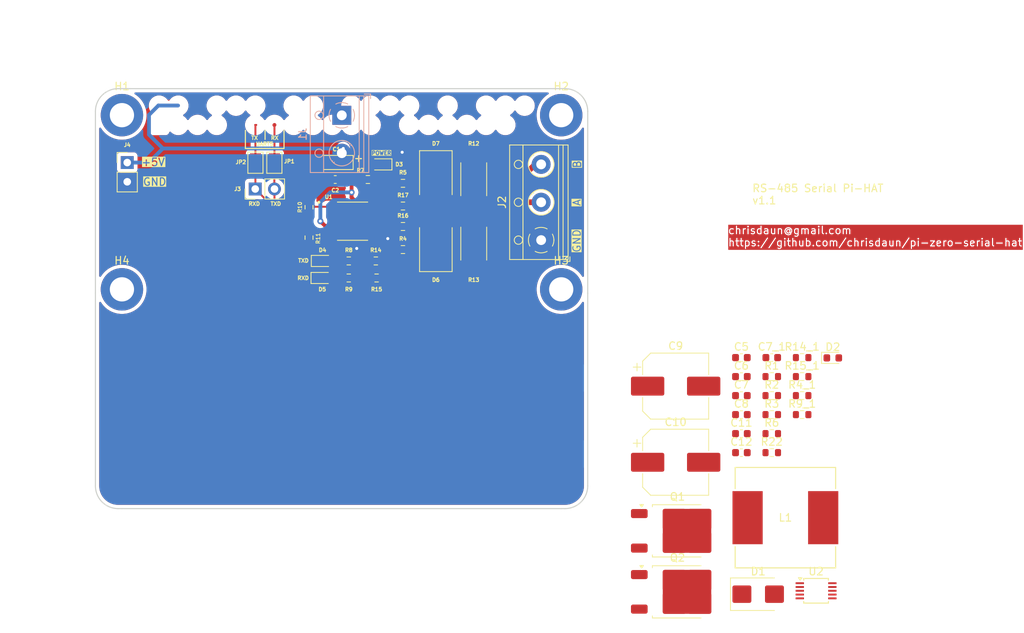
<source format=kicad_pcb>
(kicad_pcb (version 20240108) (generator "pcbnew") (generator_version "8.0")
  (title_block (title "Raspberry Pi Zero (W) uHAT Template Board") (date "2019-02-28") (rev "1.0") (comment 1 "This PCB design is licensed under MIT Open Source License."))
  (layers (0 "F.Cu" signal) (31 "B.Cu" signal) (34 "B.Paste" user) (35 "F.Paste" user) (36 "B.SilkS" user "B.Silkscreen") (37 "F.SilkS" user "F.Silkscreen") (38 "B.Mask" user) (39 "F.Mask" user) (44 "Edge.Cuts" user))
  (net 0 "")
  (net 1 "+5V")
  (net 2 "GND")
  (net 3 "Net-(U1-DI)")
  (net 4 "Net-(D3-A)")
  (net 5 "Net-(D5-A)")
  (net 6 "Net-(R14-Pad1)")
  (net 7 "Net-(R16-Pad2)")
  (net 8 "Net-(D4-K)")
  (net 9 "Net-(D4-A)")
  (net 10 "Net-(J2-Pin_2)")
  (net 11 "/+")
  (net 12 "Net-(J2-Pin_3)")
  (net 13 "Net-(D6-A1)")
  (net 14 "Net-(D7-A1)")
  (net 15 "/-")
  (net 16 "TXD")
  (net 17 "RXD")
  (net 18 "Net-(U2-VIN)")
  (net 19 "Net-(U2-COMP)")
  (net 20 "Net-(C7-Pad1)")
  (net 21 "Net-(C7_1-Pad1)")
  (net 22 "Net-(U2-LX)")
  (net 23 "Net-(U2-BS)")
  (net 24 "Net-(D1-K)")
  (net 25 "Net-(U2-FB)")
  (net 26 "+24V")
  (net 27 "Net-(D2-K)")
  (net 28 "Net-(Q1-D)")
  (net 29 "Net-(Q1-G)")
  (net 30 "Net-(Q2-G)")
  (net 31 "Net-(U2-UG)")
  (net 32 "Net-(U2-LG)")
  (footprint "MountingHole:MountingHole_3.2mm_M3_DIN965_Pad" (layer "F.Cu") (at 121.032 94.568)
    (property "Reference" "H1" (at 0 -3.8 0) (layer "F.SilkS"))
    (property "Value" "MountingHole_Pad")
    (pad "1" thru_hole circle (at 0 0) (size 5.6 5.6) (drill 3.2) (layers "*.Cu" "*.Mask") (net 2 "GND"))
  )
  (footprint "MountingHole:MountingHole_3.2mm_M3_DIN965_Pad" (layer "F.Cu") (at 179.032 94.568)
    (property "Reference" "H2" (at 0 -3.8 0) (layer "F.SilkS"))
    (property "Value" "MountingHole_Pad")
    (pad "1" thru_hole circle (at 0 0) (size 5.6 5.6) (drill 3.2) (layers "*.Cu" "*.Mask") (net 2 "GND"))
  )
  (footprint "MountingHole:MountingHole_3.2mm_M3_DIN965_Pad" (layer "F.Cu") (at 179.032 117.568)
    (property "Reference" "H3" (at 0 -3.8 0) (layer "F.SilkS"))
    (property "Value" "MountingHole_Pad")
    (pad "1" thru_hole circle (at 0 0) (size 5.6 5.6) (drill 3.2) (layers "*.Cu" "*.Mask") (net 2 "GND"))
  )
  (footprint "MountingHole:MountingHole_3.2mm_M3_DIN965_Pad" (layer "F.Cu") (at 121.032 117.568)
    (property "Reference" "H4" (at 0 -3.8 0) (layer "F.SilkS"))
    (property "Value" "MountingHole_Pad")
    (pad "1" thru_hole circle (at 0 0) (size 5.6 5.6) (drill 3.2) (layers "*.Cu" "*.Mask") (net 2 "GND"))
  )
  (footprint "Resistor_SMD:R_0603_1608Metric" (layer "F.Cu") (at 158.137 109.268)
    (property "Reference" "R16" (at 0 -1.43 0) (layer "F.SilkS") (effects (font (size 0.5 0.5) (thickness 0.125))))
    (property "Value" "120")
    (pad "1" smd roundrect (at -0.825 0) (size 0.8 0.95) (layers "F.Cu" "F.Paste" "F.Mask") (net 13 "Net-(D6-A1)"))
    (pad "2" smd roundrect (at 0.825 0) (size 0.8 0.95) (layers "F.Cu" "F.Paste" "F.Mask") (net 7 "Net-(R16-Pad2)"))
  )
  (footprint "Package_SO:TSSOP-10_3x3mm_P0.5mm" (layer "F.Cu") (at 212.682 157.368)
    (property "Reference" "U2" (at 0 -2.55 0) (layer "F.SilkS"))
    (property "Value" "CX8571")
    (pad "1" smd rect (at -2.15 -1) (size 1.1 0.25) (layers "F.Cu" "F.Paste" "F.Mask") (net 18 "Net-(U2-VIN)"))
    (pad "2" smd rect (at -2.15 -0.5) (size 1.1 0.25) (layers "F.Cu" "F.Paste" "F.Mask") (net 19 "Net-(U2-COMP)"))
    (pad "3" smd rect (at -2.15 0) (size 1.1 0.25) (layers "F.Cu" "F.Paste" "F.Mask") (net 25 "Net-(U2-FB)"))
    (pad "4" smd rect (at -2.15 0.5) (size 1.1 0.25) (layers "F.Cu" "F.Paste" "F.Mask") (net 2 "GND"))
    (pad "5" smd rect (at -2.15 1) (size 1.1 0.25) (layers "F.Cu" "F.Paste" "F.Mask") (net 2 "GND"))
    (pad "6" smd rect (at 2.15 1) (size 1.1 0.25) (layers "F.Cu" "F.Paste" "F.Mask") (net 2 "GND"))
    (pad "7" smd rect (at 2.15 0.5) (size 1.1 0.25) (layers "F.Cu" "F.Paste" "F.Mask") (net 32 "Net-(U2-LG)"))
    (pad "8" smd rect (at 2.15 0) (size 1.1 0.25) (layers "F.Cu" "F.Paste" "F.Mask") (net 31 "Net-(U2-UG)"))
    (pad "9" smd rect (at 2.15 -0.5) (size 1.1 0.25) (layers "F.Cu" "F.Paste" "F.Mask") (net 22 "Net-(U2-LX)"))
    (pad "10" smd rect (at 2.15 -1) (size 1.1 0.25) (layers "F.Cu" "F.Paste" "F.Mask") (net 23 "Net-(U2-BS)"))
  )
  (footprint "Resistor_SMD:R_0603_1608Metric" (layer "F.Cu") (at 153.507 103.068)
    (property "Reference" "R7" (at -0.975 -1.2 0) (layer "F.SilkS") (effects (font (size 0.5 0.5) (thickness 0.125))))
    (property "Value" "103")
    (pad "1" smd roundrect (at -0.825 0) (size 0.8 0.95) (layers "F.Cu" "F.Paste" "F.Mask") (net 1 "+5V"))
    (pad "2" smd roundrect (at 0.825 0) (size 0.8 0.95) (layers "F.Cu" "F.Paste" "F.Mask") (net 4 "Net-(D3-A)"))
  )
  (footprint "Jumper:SolderJumper-2_P1.3mm_Open_TrianglePad1.0x1.5mm" (layer "F.Cu") (at 138.657 100.843 -90)
    (property "Reference" "JP2" (at -0.075 1.925 180) (layer "F.SilkS") (effects (font (size 0.5 0.5) (thickness 0.125))))
    (property "Value" "SolderJumper_2_Open")
    (pad "1" smd custom (at -0.725 0 270) (size 0.3 0.3) (layers "F.Cu" "F.Mask") (net 17 "RXD") (options (clearance outline) (anchor rect)) (primitives (gr_poly (pts (xy 1 0) (xy 0.5 0.75) (xy -0.5 0.75) (xy -0.5 -0.75) (xy 0.5 -0.75)) (width 0) (fill yes))))
    (pad "2" smd custom (at 0.725 0 270) (size 0.3 0.3) (layers "F.Cu" "F.Mask") (net 11 "/+") (options (clearance outline) (anchor rect)) (primitives (gr_poly (pts (xy 0.5 0.75) (xy -0.65 0.75) (xy -0.15 0) (xy -0.65 -0.75) (xy 0.5 -0.75)) (width 0) (fill yes))))
  )
  (footprint "Capacitor_SMD:C_0603_1608Metric" (layer "F.Cu") (at 202.822 136.618)
    (property "Reference" "C11" (at 0 -1.43 0) (layer "F.SilkS"))
    (property "Value" "C")
    (pad "1" smd roundrect (at -0.775 0) (size 0.9 0.95) (layers "F.Cu" "F.Paste" "F.Mask") (net 2 "GND"))
    (pad "2" smd roundrect (at 0.775 0) (size 0.9 0.95) (layers "F.Cu" "F.Paste" "F.Mask") (net 1 "+5V"))
  )
  (footprint "Capacitor_Tantalum_SMD:CP_EIA-3216-18_Kemet-A" (layer "F.Cu") (at 149.252 100.818 180)
    (property "Reference" "C1" (at -0.1 1.75 0) (layer "F.SilkS") (effects (font (size 0.5 0.5) (thickness 0.125))))
    (property "Value" "C106")
    (pad "1" smd roundrect (at -1.35 0 180) (size 1.4 1.35) (layers "F.Cu" "F.Paste" "F.Mask") (roundrect_rratio 0.185185) (net 1 "+5V"))
    (pad "2" smd roundrect (at 1.35 0 180) (size 1.4 1.35) (layers "F.Cu" "F.Paste" "F.Mask") (roundrect_rratio 0.185185) (net 2 "GND"))
  )
  (footprint "Resistor_SMD:R_0603_1608Metric" (layer "F.Cu") (at 210.842 129.088)
    (property "Reference" "R15_1" (at 0 -1.43 0) (layer "F.SilkS"))
    (property "Value" "R")
    (pad "1" smd roundrect (at -0.825 0) (size 0.8 0.95) (layers "F.Cu" "F.Paste" "F.Mask") (net 25 "Net-(U2-FB)"))
    (pad "2" smd roundrect (at 0.825 0) (size 0.8 0.95) (layers "F.Cu" "F.Paste" "F.Mask") (net 2 "GND"))
  )
  (footprint "Jumper:SolderJumper-2_P1.3mm_Open_TrianglePad1.0x1.5mm" (layer "F.Cu") (at 141.157 100.843 -90)
    (property "Reference" "JP1" (at -0.175 -1.975 180) (layer "F.SilkS") (effects (font (size 0.5 0.5) (thickness 0.125))))
    (property "Value" "SolderJumper_2_Open")
    (pad "1" smd custom (at -0.725 0 270) (size 0.3 0.3) (layers "F.Cu" "F.Mask") (net 16 "TXD") (options (clearance outline) (anchor rect)) (primitives (gr_poly (pts (xy 1 0) (xy 0.5 0.75) (xy -0.5 0.75) (xy -0.5 -0.75) (xy 0.5 -0.75)) (width 0) (fill yes))))
    (pad "2" smd custom (at 0.725 0 270) (size 0.3 0.3) (layers "F.Cu" "F.Mask") (net 15 "/-") (options (clearance outline) (anchor rect)) (primitives (gr_poly (pts (xy 0.5 0.75) (xy -0.65 0.75) (xy -0.15 0) (xy -0.65 -0.75) (xy 0.5 -0.75)) (width 0) (fill yes))))
  )
  (footprint "Diode_SMD:D_SMB" (layer "F.Cu") (at 162.482 111.568 90)
    (property "Reference" "D6" (at -4.75 0 180) (layer "F.SilkS") (effects (font (size 0.5 0.5) (thickness 0.125))))
    (property "Value" "SMBJ6.8CA")
    (pad "1" smd roundrect (at -2.15 0 90) (size 2.5 2.3) (layers "F.Cu" "F.Paste" "F.Mask") (roundrect_rratio 0.1086956522) (net 13 "Net-(D6-A1)"))
    (pad "2" smd roundrect (at 2.15 0 90) (size 2.5 2.3) (layers "F.Cu" "F.Paste" "F.Mask") (roundrect_rratio 0.1086956522) (net 2 "GND"))
  )
  (footprint "Capacitor_SMD:CP_Elec_8x10.5" (layer "F.Cu") (at 194.142 140.398)
    (property "Reference" "C10" (at 0 -5.3 0) (layer "F.SilkS"))
    (property "Value" "C_Polarized")
    (pad "1" smd roundrect (at -3.7 0) (size 4.4 2.5) (layers "F.Cu" "F.Paste" "F.Mask") (roundrect_rratio 0.1) (net 24 "Net-(D1-K)"))
    (pad "2" smd roundrect (at 3.7 0) (size 4.4 2.5) (layers "F.Cu" "F.Paste" "F.Mask") (roundrect_rratio 0.1) (net 2 "GND"))
  )
  (footprint "Resistor_SMD:R_0603_1608Metric" (layer "F.Cu") (at 210.842 126.578)
    (property "Reference" "R14_1" (at 0 -1.43 0) (layer "F.SilkS"))
    (property "Value" "R")
    (pad "1" smd roundrect (at -0.825 0) (size 0.8 0.95) (layers "F.Cu" "F.Paste" "F.Mask") (net 25 "Net-(U2-FB)"))
    (pad "2" smd roundrect (at 0.825 0) (size 0.8 0.95) (layers "F.Cu" "F.Paste" "F.Mask") (net 1 "+5V"))
  )
  (footprint "Capacitor_SMD:C_0603_1608Metric" (layer "F.Cu") (at 202.822 139.128)
    (property "Reference" "C12" (at 0 -1.43 0) (layer "F.SilkS"))
    (property "Value" "C")
    (pad "1" smd roundrect (at -0.775 0) (size 0.9 0.95) (layers "F.Cu" "F.Paste" "F.Mask") (net 25 "Net-(U2-FB)"))
    (pad "2" smd roundrect (at 0.775 0) (size 0.9 0.95) (layers "F.Cu" "F.Paste" "F.Mask") (net 1 "+5V"))
  )
  (footprint "LED_SMD:LED_0603_1608Metric" (layer "F.Cu") (at 147.482 116.068)
    (property "Reference" "D5" (at 0 1.5 0) (layer "F.SilkS") (effects (font (size 0.5 0.5) (thickness 0.125))))
    (property "Value" "LED_RXD?")
    (pad "1" smd roundrect (at -0.7875 0) (size 0.875 0.95) (layers "F.Cu" "F.Paste" "F.Mask") (net 11 "/+"))
    (pad "2" smd roundrect (at 0.7875 0) (size 0.875 0.95) (layers "F.Cu" "F.Paste" "F.Mask") (net 5 "Net-(D5-A)"))
  )
  (footprint "Resistor_SMD:R_0603_1608Metric" (layer "F.Cu") (at 210.842 131.598)
    (property "Reference" "R4_1" (at 0 -1.43 0) (layer "F.SilkS"))
    (property "Value" "2R2")
    (pad "1" smd roundrect (at -0.825 0) (size 0.8 0.95) (layers "F.Cu" "F.Paste" "F.Mask") (net 31 "Net-(U2-UG)"))
    (pad "2" smd roundrect (at 0.825 0) (size 0.8 0.95) (layers "F.Cu" "F.Paste" "F.Mask") (net 30 "Net-(Q2-G)"))
  )
  (footprint "Resistor_SMD:R_0603_1608Metric" (layer "F.Cu") (at 206.832 136.618)
    (property "Reference" "R6" (at 0 -1.43 0) (layer "F.SilkS"))
    (property "Value" "R")
    (pad "1" smd roundrect (at -0.825 0) (size 0.8 0.95) (layers "F.Cu" "F.Paste" "F.Mask") (net 20 "Net-(C7-Pad1)"))
    (pad "2" smd roundrect (at 0.825 0) (size 0.8 0.95) (layers "F.Cu" "F.Paste" "F.Mask") (net 28 "Net-(Q1-D)"))
  )
  (footprint "Capacitor_SMD:C_0603_1608Metric" (layer "F.Cu") (at 202.822 134.108)
    (property "Reference" "C8" (at 0 -1.43 0) (layer "F.SilkS"))
    (property "Value" "C")
    (pad "1" smd roundrect (at -0.775 0) (size 0.9 0.95) (layers "F.Cu" "F.Paste" "F.Mask") (net 22 "Net-(U2-LX)"))
    (pad "2" smd roundrect (at 0.775 0) (size 0.9 0.95) (layers "F.Cu" "F.Paste" "F.Mask") (net 23 "Net-(U2-BS)"))
  )
  (footprint "Resistor_SMD:R_0603_1608Metric" (layer "F.Cu") (at 206.832 134.108)
    (property "Reference" "R3" (at 0 -1.43 0) (layer "F.SilkS"))
    (property "Value" "4R7")
    (pad "1" smd roundrect (at -0.825 0) (size 0.8 0.95) (layers "F.Cu" "F.Paste" "F.Mask") (net 22 "Net-(U2-LX)"))
    (pad "2" smd roundrect (at 0.825 0) (size 0.8 0.95) (layers "F.Cu" "F.Paste" "F.Mask") (net 28 "Net-(Q1-D)"))
  )
  (footprint "Capacitor_SMD:C_0603_1608Metric" (layer "F.Cu") (at 202.822 131.598)
    (property "Reference" "C7" (at 0 -1.43 0) (layer "F.SilkS"))
    (property "Value" "C")
    (pad "1" smd roundrect (at -0.775 0) (size 0.9 0.95) (layers "F.Cu" "F.Paste" "F.Mask") (net 20 "Net-(C7-Pad1)"))
    (pad "2" smd roundrect (at 0.775 0) (size 0.9 0.95) (layers "F.Cu" "F.Paste" "F.Mask") (net 2 "GND"))
  )
  (footprint "Connector_PinHeader_2.54mm:PinHeader_1x02_P2.54mm_Vertical" (layer "F.Cu") (at 138.632 104.318 90)
    (property "Reference" "J3" (at 0 -2.33 180) (layer "F.SilkS") (effects (font (size 0.5 0.5) (thickness 0.125))))
    (property "Value" "Conn_01x02_Pin")
    (pad "1" thru_hole rect (at 0 0 90) (size 1.7 1.7) (drill 1) (layers "*.Cu" "*.Mask") (net 11 "/+"))
    (pad "2" thru_hole oval (at 0 2.54 90) (size 1.7 1.7) (drill 1) (layers "*.Cu" "*.Mask") (net 15 "/-"))
  )
  (footprint "Capacitor_SMD:C_0603_1608Metric" (layer "F.Cu") (at 206.832 126.578)
    (property "Reference" "C7_1" (at 0 -1.43 0) (layer "F.SilkS"))
    (property "Value" "C")
    (pad "1" smd roundrect (at -0.775 0) (size 0.9 0.95) (layers "F.Cu" "F.Paste" "F.Mask") (net 21 "Net-(C7_1-Pad1)"))
    (pad "2" smd roundrect (at 0.775 0) (size 0.9 0.95) (layers "F.Cu" "F.Paste" "F.Mask") (net 2 "GND"))
  )
  (footprint "Connector_PinHeader_2.54mm:PinHeader_1x02_P2.54mm_Vertical" (layer "F.Cu") (at 121.732 100.828)
    (property "Reference" "J4" (at 0 -2.33 0) (layer "F.SilkS") (effects (font (size 0.5 0.5) (thickness 0.125))))
    (property "Value" "Conn_01x02_Pin")
    (pad "1" thru_hole rect (at 0 0) (size 1.7 1.7) (drill 1) (layers "*.Cu" "*.Mask") (net 1 "+5V"))
    (pad "2" thru_hole oval (at 0 2.54) (size 1.7 1.7) (drill 1) (layers "*.Cu" "*.Mask") (net 2 "GND"))
  )
  (footprint "LED_SMD:LED_0603_1608Metric" (layer "F.Cu") (at 147.5195 113.818)
    (property "Reference" "D4" (at 0 -1.43 0) (layer "F.SilkS") (effects (font (size 0.5 0.5) (thickness 0.125))))
    (property "Value" "LED_TXD?")
    (pad "1" smd roundrect (at -0.7875 0) (size 0.875 0.95) (layers "F.Cu" "F.Paste" "F.Mask") (net 8 "Net-(D4-K)"))
    (pad "2" smd roundrect (at 0.7875 0) (size 0.875 0.95) (layers "F.Cu" "F.Paste" "F.Mask") (net 9 "Net-(D4-A)"))
  )
  (footprint "Package_TO_SOT_SMD:TO-252-2" (layer "F.Cu") (at 194.382 149.453)
    (property "Reference" "Q1" (at 0 -4.5 0) (layer "F.SilkS"))
    (property "Value" "AOD4184")
    (pad "1" smd roundrect (at -5.04 -2.28) (size 2.2 1.2) (layers "F.Cu" "F.Paste" "F.Mask") (roundrect_rratio 0.208333) (net 29 "Net-(Q1-G)"))
    (pad "2" smd roundrect (at -0.415 -1.525) (size 3.05 2.75) (layers "F.Cu" "F.Paste") (roundrect_rratio 0.090909) (net 28 "Net-(Q1-D)"))
    (pad "2" smd roundrect (at -0.415 1.525) (size 3.05 2.75) (layers "F.Cu" "F.Paste") (roundrect_rratio 0.090909) (net 28 "Net-(Q1-D)"))
    (pad "2" smd roundrect (at 1.26 0) (size 6.4 5.8) (layers "F.Cu" "F.Mask") (roundrect_rratio 0.043103) (net 28 "Net-(Q1-D)"))
    (pad "2" smd roundrect (at 2.935 -1.525) (size 3.05 2.75) (layers "F.Cu" "F.Paste") (roundrect_rratio 0.090909) (net 28 "Net-(Q1-D)"))
    (pad "2" smd roundrect (at 2.935 1.525) (size 3.05 2.75) (layers "F.Cu" "F.Paste") (roundrect_rratio 0.090909) (net 28 "Net-(Q1-D)"))
    (pad "3" smd roundrect (at -5.04 2.28) (size 2.2 1.2) (layers "F.Cu" "F.Paste" "F.Mask") (roundrect_rratio 0.208333) (net 2 "GND"))
  )
  (footprint "Diode_SMD:D_SMB" (layer "F.Cu") (at 205.037 157.818)
    (property "Reference" "D1" (at 0 -3 0) (layer "F.SilkS"))
    (property "Value" "D")
    (pad "1" smd roundrect (at -2.15 0) (size 2.5 2.3) (layers "F.Cu" "F.Paste" "F.Mask") (roundrect_rratio 0.1086956522) (net 24 "Net-(D1-K)"))
    (pad "2" smd roundrect (at 2.15 0) (size 2.5 2.3) (layers "F.Cu" "F.Paste" "F.Mask") (roundrect_rratio 0.1086956522) (net 26 "+24V"))
  )
  (footprint "Resistor_SMD:R_0603_1608Metric" (layer "F.Cu") (at 158.137 112.318)
    (property "Reference" "R4" (at 0 -1.43 0) (layer "F.SilkS") (effects (font (size 0.5 0.5) (thickness 0.125))))
    (property "Value" "472")
    (pad "1" smd roundrect (at -0.825 0) (size 0.8 0.95) (layers "F.Cu" "F.Paste" "F.Mask") (net 1 "+5V"))
    (pad "2" smd roundrect (at 0.825 0) (size 0.8 0.95) (layers "F.Cu" "F.Paste" "F.Mask") (net 13 "Net-(D6-A1)"))
  )
  (footprint "Resistor_SMD:R_0603_1608Metric" (layer "F.Cu") (at 154.657 116.068)
    (property "Reference" "R15" (at 0 1.5 0) (layer "F.SilkS") (effects (font (size 0.5 0.5) (thickness 0.125))))
    (property "Value" "202")
    (pad "1" smd roundrect (at -0.825 0) (size 0.8 0.95) (layers "F.Cu" "F.Paste" "F.Mask") (net 1 "+5V"))
    (pad "2" smd roundrect (at 0.825 0) (size 0.8 0.95) (layers "F.Cu" "F.Paste" "F.Mask") (net 2 "GND"))
  )
  (footprint "Resistor_SMD:R_0603_1608Metric" (layer "F.Cu") (at 150.982 116.068)
    (property "Reference" "R9" (at 0 1.5 0) (layer "F.SilkS") (effects (font (size 0.5 0.5) (thickness 0.125))))
    (property "Value" "472")
    (pad "1" smd roundrect (at -0.825 0) (size 0.8 0.95) (layers "F.Cu" "F.Paste" "F.Mask") (net 5 "Net-(D5-A)"))
    (pad "2" smd roundrect (at 0.825 0) (size 0.8 0.95) (layers "F.Cu" "F.Paste" "F.Mask") (net 1 "+5V"))
  )
  (footprint "Custom Footprints:IND_BOURNS_SRR1208" (layer "F.Cu") (at 208.6322 147.7156)
    (property "Reference" "L1" (at 0 0 0) (layer "F.SilkS"))
    (property "Value" "L")
    (pad "1" smd rect (at -4.9911 0) (size 3.9878 7.0104) (layers "F.Cu" "F.Paste" "F.Mask") (net 28 "Net-(Q1-D)"))
    (pad "2" smd rect (at 4.9911 0) (size 3.9878 7.0104) (layers "F.Cu" "F.Paste" "F.Mask") (net 1 "+5V"))
    (zone (net 0) (net_name "") (layer "F.Cu") (connect_pads (clearance 0)) (min_thickness 0.254)
      (keepout (tracks not_allowed) (vias not_allowed) (pads allowed) (copperpour not_allowed) (footprints allowed))
      (fill (thermal_gap 0.508) (thermal_bridge_width 0.508))
      (polygon (pts (xy 205.6858 141.264) (xy 211.5786 141.264) (xy 211.5786 154.1672) (xy 205.6858 154.1672)))
    )
  )
  (footprint "Resistor_SMD:R_2512_6332Metric" (layer "F.Cu") (at 167.482 103.0305 -90)
    (property "Reference" "R12" (at -4.7125 0 0) (layer "F.SilkS") (effects (font (size 0.5 0.5) (thickness 0.125))))
    (property "Value" "10R0")
    (pad "1" smd roundrect (at -2.9625 0 270) (size 1.225 3.35) (layers "F.Cu" "F.Paste" "F.Mask") (roundrect_rratio 0.204082) (net 14 "Net-(D7-A1)"))
    (pad "2" smd roundrect (at 2.9625 0 270) (size 1.225 3.35) (layers "F.Cu" "F.Paste" "F.Mask") (roundrect_rratio 0.204082) (net 12 "Net-(J2-Pin_3)"))
  )
  (footprint "Resistor_SMD:R_2512_6332Metric" (layer "F.Cu") (at 167.482 111.5305 90)
    (property "Reference" "R13" (at -4.7875 0 0) (layer "F.SilkS") (effects (font (size 0.5 0.5) (thickness 0.125))))
    (property "Value" "10R0")
    (pad "1" smd roundrect (at -2.9625 0 90) (size 1.225 3.35) (layers "F.Cu" "F.Paste" "F.Mask") (roundrect_rratio 0.204082) (net 13 "Net-(D6-A1)"))
    (pad "2" smd roundrect (at 2.9625 0 90) (size 1.225 3.35) (layers "F.Cu" "F.Paste" "F.Mask") (roundrect_rratio 0.204082) (net 10 "Net-(J2-Pin_2)"))
  )
  (footprint "Resistor_SMD:R_0603_1608Metric" (layer "F.Cu") (at 158.137 106.568)
    (property "Reference" "R17" (at 0 -1.43 0) (layer "F.SilkS") (effects (font (size 0.5 0.5) (thickness 0.125))))
    (property "Value" "121")
    (pad "1" smd roundrect (at -0.825 0) (size 0.8 0.95) (layers "F.Cu" "F.Paste" "F.Mask") (net 14 "Net-(D7-A1)"))
    (pad "2" smd roundrect (at 0.825 0) (size 0.8 0.95) (layers "F.Cu" "F.Paste" "F.Mask") (net 7 "Net-(R16-Pad2)"))
  )
  (footprint "Resistor_SMD:R_0603_1608Metric" (layer "F.Cu") (at 206.832 139.128)
    (property "Reference" "R22" (at 0 -1.43 0) (layer "F.SilkS"))
    (property "Value" "R")
    (pad "1" smd roundrect (at -0.825 0) (size 0.8 0.95) (layers "F.Cu" "F.Paste" "F.Mask") (net 2 "GND"))
    (pad "2" smd roundrect (at 0.825 0) (size 0.8 0.95) (layers "F.Cu" "F.Paste" "F.Mask") (net 27 "Net-(D2-K)"))
  )
  (footprint "Package_TO_SOT_SMD:TO-252-2" (layer "F.Cu") (at 194.382 157.508)
    (property "Reference" "Q2" (at 0 -4.5 0) (layer "F.SilkS"))
    (property "Value" "AOD4184")
    (pad "1" smd roundrect (at -5.04 -2.28) (size 2.2 1.2) (layers "F.Cu" "F.Paste" "F.Mask") (roundrect_rratio 0.208333) (net 30 "Net-(Q2-G)"))
    (pad "2" smd roundrect (at -0.415 -1.525) (size 3.05 2.75) (layers "F.Cu" "F.Paste") (roundrect_rratio 0.090909) (net 24 "Net-(D1-K)"))
    (pad "2" smd roundrect (at -0.415 1.525) (size 3.05 2.75) (layers "F.Cu" "F.Paste") (roundrect_rratio 0.090909) (net 24 "Net-(D1-K)"))
    (pad "2" smd roundrect (at 1.26 0) (size 6.4 5.8) (layers "F.Cu" "F.Mask") (roundrect_rratio 0.043103) (net 24 "Net-(D1-K)"))
    (pad "2" smd roundrect (at 2.935 -1.525) (size 3.05 2.75) (layers "F.Cu" "F.Paste") (roundrect_rratio 0.090909) (net 24 "Net-(D1-K)"))
    (pad "2" smd roundrect (at 2.935 1.525) (size 3.05 2.75) (layers "F.Cu" "F.Paste") (roundrect_rratio 0.090909) (net 24 "Net-(D1-K)"))
    (pad "3" smd roundrect (at -5.04 2.28) (size 2.2 1.2) (layers "F.Cu" "F.Paste" "F.Mask") (roundrect_rratio 0.208333) (net 28 "Net-(Q1-D)"))
  )
  (footprint "Resistor_SMD:R_0603_1608Metric" (layer "F.Cu") (at 145.732 106.723 90)
    (property "Reference" "R10" (at 0 -1.2 90) (layer "F.SilkS") (effects (font (size 0.5 0.5) (thickness 0.1) (bold yes))))
    (property "Value" "200")
    (pad "1" smd roundrect (at -0.825 0 90) (size 0.8 0.95) (layers "F.Cu" "F.Paste" "F.Mask") (net 15 "/-"))
    (pad "2" smd roundrect (at 0.825 0 90) (size 0.8 0.95) (layers "F.Cu" "F.Paste" "F.Mask") (net 8 "Net-(D4-K)"))
  )
  (footprint "Capacitor_SMD:C_0603_1608Metric" (layer "F.Cu") (at 202.822 126.578)
    (property "Reference" "C5" (at 0 -1.43 0) (layer "F.SilkS"))
    (property "Value" "C")
    (pad "1" smd roundrect (at -0.775 0) (size 0.9 0.95) (layers "F.Cu" "F.Paste" "F.Mask") (net 2 "GND"))
    (pad "2" smd roundrect (at 0.775 0) (size 0.9 0.95) (layers "F.Cu" "F.Paste" "F.Mask") (net 18 "Net-(U2-VIN)"))
  )
  (footprint "Diode_SMD:D_SMB" (layer "F.Cu") (at 162.482 102.918 -90)
    (property "Reference" "D7" (at -4.6 0 180) (layer "F.SilkS") (effects (font (size 0.5 0.5) (thickness 0.125))))
    (property "Value" "SMBJ6.8CA")
    (pad "1" smd roundrect (at -2.15 0 270) (size 2.5 2.3) (layers "F.Cu" "F.Paste" "F.Mask") (roundrect_rratio 0.1086956522) (net 14 "Net-(D7-A1)"))
    (pad "2" smd roundrect (at 2.15 0 270) (size 2.5 2.3) (layers "F.Cu" "F.Paste" "F.Mask") (roundrect_rratio 0.1086956522) (net 2 "GND"))
  )
  (footprint "LED_SMD:LED_0603_1608Metric" (layer "F.Cu") (at 155.1945 101.068 180)
    (property "Reference" "D3" (at -2.4375 0 0) (layer "F.SilkS") (effects (font (size 0.5 0.5) (thickness 0.125))))
    (property "Value" "POWER_LED")
    (pad "1" smd roundrect (at -0.7875 0 180) (size 0.875 0.95) (layers "F.Cu" "F.Paste" "F.Mask") (net 2 "GND"))
    (pad "2" smd roundrect (at 0.7875 0 180) (size 0.875 0.95) (layers "F.Cu" "F.Paste" "F.Mask") (net 4 "Net-(D3-A)"))
  )
  (footprint "Resistor_SMD:R_0603_1608Metric" (layer "F.Cu") (at 206.832 129.088)
    (property "Reference" "R1" (at 0 -1.43 0) (layer "F.SilkS"))
    (property "Value" "X10")
    (pad "1" smd roundrect (at -0.825 0) (size 0.8 0.95) (layers "F.Cu" "F.Paste" "F.Mask") (net 24 "Net-(D1-K)"))
    (pad "2" smd roundrect (at 0.825 0) (size 0.8 0.95) (layers "F.Cu" "F.Paste" "F.Mask") (net 18 "Net-(U2-VIN)"))
  )
  (footprint "Resistor_SMD:R_0603_1608Metric" (layer "F.Cu") (at 154.557 113.818)
    (property "Reference" "R14" (at 0 -1.43 0) (layer "F.SilkS") (effects (font (size 0.5 0.5) (thickness 0.125))))
    (property "Value" "471")
    (pad "1" smd roundrect (at -0.825 0) (size 0.8 0.95) (layers "F.Cu" "F.Paste" "F.Mask") (net 6 "Net-(R14-Pad1)"))
    (pad "2" smd roundrect (at 0.825 0) (size 0.8 0.95) (layers "F.Cu" "F.Paste" "F.Mask") (net 1 "+5V"))
  )
  (footprint "Resistor_SMD:R_0603_1608Metric" (layer "F.Cu") (at 210.842 134.108)
    (property "Reference" "R9_1" (at 0 -1.43 0) (layer "F.SilkS"))
    (property "Value" "2R2")
    (pad "1" smd roundrect (at -0.825 0) (size 0.8 0.95) (layers "F.Cu" "F.Paste" "F.Mask") (net 32 "Net-(U2-LG)"))
    (pad "2" smd roundrect (at 0.825 0) (size 0.8 0.95) (layers "F.Cu" "F.Paste" "F.Mask") (net 29 "Net-(Q1-G)"))
  )
  (footprint "Custom Footprints:SOIC127P600X175-8N" (layer "F.Cu") (at 151.482 108.568)
    (property "Reference" "U1" (at -3.15 -3.2 0) (layer "F.SilkS") (effects (font (size 0.5 0.5) (thickness 0.125))))
    (property "Value" "MAX13487EESAT")
    (pad "1" smd roundrect (at -2.475 -1.905) (size 1.97 0.59) (layers "F.Cu" "F.Paste" "F.Mask") (roundrect_rratio 0.125) (net 8 "Net-(D4-K)"))
    (pad "2" smd roundrect (at -2.475 -0.635) (size 1.97 0.59) (layers "F.Cu" "F.Paste" "F.Mask") (roundrect_rratio 0.125) (net 1 "+5V"))
    (pad "3" smd roundrect (at -2.475 0.635) (size 1.97 0.59) (layers "F.Cu" "F.Paste" "F.Mask") (roundrect_rratio 0.125) (net 1 "+5V"))
    (pad "4" smd roundrect (at -2.475 1.905) (size 1.97 0.59) (layers "F.Cu" "F.Paste" "F.Mask") (roundrect_rratio 0.125) (net 3 "Net-(U1-DI)"))
    (pad "5" smd roundrect (at 2.475 1.905) (size 1.97 0.59) (layers "F.Cu" "F.Paste" "F.Mask") (roundrect_rratio 0.125) (net 2 "GND"))
    (pad "6" smd roundrect (at 2.475 0.635) (size 1.97 0.59) (layers "F.Cu" "F.Paste" "F.Mask") (roundrect_rratio 0.125) (net 13 "Net-(D6-A1)"))
    (pad "7" smd roundrect (at 2.475 -0.635) (size 1.97 0.59) (layers "F.Cu" "F.Paste" "F.Mask") (roundrect_rratio 0.125) (net 14 "Net-(D7-A1)"))
    (pad "8" smd roundrect (at 2.475 -1.905) (size 1.97 0.59) (layers "F.Cu" "F.Paste" "F.Mask") (roundrect_rratio 0.125) (net 1 "+5V"))
  )
  (footprint "TerminalBlock_RND:TerminalBlock_RND_205-00013_1x03_P5.00mm_Horizontal" (layer "F.Cu") (at 176.382 111.068 90)
    (property "Reference" "J2" (at 5 -5.16 90) (layer "F.SilkS"))
    (property "Value" "Screw_Terminal_01x03")
    (pad "1" thru_hole rect (at 0 0 90) (size 2.5 2.5) (drill 1.3) (layers "*.Cu" "*.Mask") (net 2 "GND"))
    (pad "2" thru_hole circle (at 5 0 90) (size 2.5 2.5) (drill 1.3) (layers "*.Cu" "*.Mask") (net 10 "Net-(J2-Pin_2)"))
    (pad "3" thru_hole circle (at 10 0 90) (size 2.5 2.5) (drill 1.3) (layers "*.Cu" "*.Mask") (net 12 "Net-(J2-Pin_3)"))
  )
  (footprint "Resistor_SMD:R_0603_1608Metric" (layer "F.Cu") (at 206.832 131.598)
    (property "Reference" "R2" (at 0 -1.43 0) (layer "F.SilkS"))
    (property "Value" "473")
    (pad "1" smd roundrect (at -0.825 0) (size 0.8 0.95) (layers "F.Cu" "F.Paste" "F.Mask") (net 19 "Net-(U2-COMP)"))
    (pad "2" smd roundrect (at 0.825 0) (size 0.8 0.95) (layers "F.Cu" "F.Paste" "F.Mask") (net 21 "Net-(C7_1-Pad1)"))
  )
  (footprint "Capacitor_SMD:CP_Elec_8x10.5" (layer "F.Cu") (at 194.142 130.348)
    (property "Reference" "C9" (at 0 -5.3 0) (layer "F.SilkS"))
    (property "Value" "C_Polarized")
    (pad "1" smd roundrect (at -3.7 0) (size 4.4 2.5) (layers "F.Cu" "F.Paste" "F.Mask") (roundrect_rratio 0.1) (net 1 "+5V"))
    (pad "2" smd roundrect (at 3.7 0) (size 4.4 2.5) (layers "F.Cu" "F.Paste" "F.Mask") (roundrect_rratio 0.1) (net 2 "GND"))
  )
  (footprint "Resistor_SMD:R_0603_1608Metric" (layer "F.Cu") (at 158.137 103.568)
    (property "Reference" "R5" (at 0 -1.43 0) (layer "F.SilkS") (effects (font (size 0.5 0.5) (thickness 0.125))))
    (property "Value" "472")
    (pad "1" smd roundrect (at -0.825 0) (size 0.8 0.95) (layers "F.Cu" "F.Paste" "F.Mask") (net 2 "GND"))
    (pad "2" smd roundrect (at 0.825 0) (size 0.8 0.95) (layers "F.Cu" "F.Paste" "F.Mask") (net 14 "Net-(D7-A1)"))
  )
  (footprint "Resistor_SMD:R_0603_1608Metric" (layer "F.Cu") (at 145.732 110.743 -90)
    (property "Reference" "R11" (at 0.105 -1.2 90) (layer "F.SilkS") (effects (font (size 0.5 0.5) (thickness 0.1) (bold yes))))
    (property "Value" "200")
    (pad "1" smd roundrect (at -0.825 0 270) (size 0.8 0.95) (layers "F.Cu" "F.Paste" "F.Mask") (net 11 "/+"))
    (pad "2" smd roundrect (at 0.825 0 270) (size 0.8 0.95) (layers "F.Cu" "F.Paste" "F.Mask") (net 3 "Net-(U1-DI)"))
  )
  (footprint "Resistor_SMD:R_0603_1608Metric" (layer "F.Cu") (at 150.982 113.818)
    (property "Reference" "R8" (at 0 -1.43 0) (layer "F.SilkS") (effects (font (size 0.5 0.5) (thickness 0.125))))
    (property "Value" "472")
    (pad "1" smd roundrect (at -0.825 0) (size 0.8 0.95) (layers "F.Cu" "F.Paste" "F.Mask") (net 9 "Net-(D4-A)"))
    (pad "2" smd roundrect (at 0.825 0) (size 0.8 0.95) (layers "F.Cu" "F.Paste" "F.Mask") (net 6 "Net-(R14-Pad1)"))
  )
  (footprint "LED_SMD:LED_0603_1608Metric" (layer "F.Cu") (at 214.892 126.618)
    (property "Reference" "D2" (at 0 -1.43 0) (layer "F.SilkS"))
    (property "Value" "LED")
    (pad "1" smd roundrect (at -0.7875 0) (size 0.875 0.95) (layers "F.Cu" "F.Paste" "F.Mask") (net 27 "Net-(D2-K)"))
    (pad "2" smd roundrect (at 0.7875 0) (size 0.875 0.95) (layers "F.Cu" "F.Paste" "F.Mask") (net 1 "+5V"))
  )
  (footprint "Capacitor_SMD:C_0603_1608Metric" (layer "F.Cu") (at 202.822 129.088)
    (property "Reference" "C6" (at 0 -1.43 0) (layer "F.SilkS"))
    (property "Value" "C")
    (pad "1" smd roundrect (at -0.775 0) (size 0.9 0.95) (layers "F.Cu" "F.Paste" "F.Mask") (net 19 "Net-(U2-COMP)"))
    (pad "2" smd roundrect (at 0.775 0) (size 0.9 0.95) (layers "F.Cu" "F.Paste" "F.Mask") (net 2 "GND"))
  )
  (footprint "Capacitor_SMD:C_0603_1608Metric" (layer "F.Cu") (at 149.197 103.068 180)
    (property "Reference" "C2" (at 0 -1.43 180) (layer "F.SilkS") (effects (font (size 0.5 0.5) (thickness 0.125))))
    (property "Value" "?")
    (pad "1" smd roundrect (at -0.775 0 180) (size 0.9 0.95) (layers "F.Cu" "F.Paste" "F.Mask") (net 1 "+5V"))
    (pad "2" smd roundrect (at 0.775 0 180) (size 0.9 0.95) (layers "F.Cu" "F.Paste" "F.Mask") (net 2 "GND"))
  )
  (footprint "TerminalBlock_RND:TerminalBlock_RND_205-00012_1x02_P5.00mm_Horizontal" (layer "B.Cu") (at 150.062 94.588 -90)
    (property "Reference" "J1" (at 2.5 5.16 90) (layer "B.SilkS") (effects (justify mirror)))
    (property "Value" "Screw_Terminal_01x02")
    (pad "1" thru_hole rect (at 0 0 270) (size 2.5 2.5) (drill 1.3) (layers "*.Cu" "*.Mask") (net 2 "GND"))
    (pad "2" thru_hole circle (at 5 0 270) (size 2.5 2.5) (drill 1.3) (layers "*.Cu" "*.Mask") (net 26 "+24V"))
  )
  (gr_line (start 142.432 98.968) (end 137.332 98.968) (stroke (width 0.15)) (layer "F.SilkS"))
  (gr_line (start 137.332 98.968) (end 137.332 96.568) (stroke (width 0.15)) (layer "F.SilkS"))
  (gr_line (start 142.432 96.568) (end 142.432 98.968) (stroke (width 0.15)) (layer "F.SilkS"))
  (gr_line (start 139.932 96.568) (end 139.932 97.768) (stroke (width 0.15)) (layer "F.SilkS"))
  (gr_line (start 121.032 146.518) (end 179.032 146.518) (stroke (width 0.15)) (layer "Edge.Cuts"))
  (gr_arc (start 179.532 91.068) (mid 181.65332 91.94668) (end 182.532 94.068) (stroke (width 0.15)) (layer "Edge.Cuts"))
  (gr_arc (start 182.532 143.518) (mid 181.65332 145.63932) (end 179.532 146.518) (stroke (width 0.15)) (layer "Edge.Cuts"))
  (gr_arc (start 120.532 146.518) (mid 118.41068 145.63932) (end 117.532 143.518) (stroke (width 0.15)) (layer "Edge.Cuts"))
  (gr_arc (start 117.532 94.068) (mid 118.41068 91.94668) (end 120.532 91.068) (stroke (width 0.15)) (layer "Edge.Cuts"))
  (gr_line (start 117.532 118.068) (end 117.532 94.068) (stroke (width 0.15)) (layer "Edge.Cuts"))
  (gr_line (start 120.532 91.068) (end 179.532 91.068) (stroke (width 0.15)) (layer "Edge.Cuts"))
  (gr_line (start 182.532 94.068) (end 182.532 118.068) (stroke (width 0.15)) (layer "Edge.Cuts"))
  (gr_line (start 117.532 143.518) (end 117.532 118.068) (stroke (width 0.15)) (layer "Edge.Cuts"))
  (gr_line (start 121.032 146.518) (end 120.532 146.518) (stroke (width 0.15)) (layer "Edge.Cuts"))
  (gr_line (start 182.532 118.068) (end 182.532 143.518) (stroke (width 0.15)) (layer "Edge.Cuts"))
  (gr_line (start 179.532 146.518) (end 179.032 146.518) (stroke (width 0.15)) (layer "Edge.Cuts"))
  (gr_text "chrisdaun@gmail.com\nhttps://github.com/chrisdaun/pi-zero-serial-hat" (at 200.982 111.968 0) (layer "F.Cu" knockout) (effects (font (size 1 1)) (justify left bottom)))
  (gr_text "TXD" (at 140.582 106.568 0) (layer "F.SilkS") (effects (font (size 0.5 0.5) (thickness 0.125)) (justify left bottom)))
  (gr_text "RXD" (at 144.132 116.368 0) (layer "F.SilkS") (effects (font (size 0.5 0.5) (thickness 0.125)) (justify left bottom)))
  (gr_text "GND" (at 123.732 103.968 0) (layer "F.SilkS" knockout) (effects (font (size 1 1)) (justify left bottom)))
  (gr_text "UART5" (at 138.632 98.668 0) (layer "F.SilkS") (effects (font (size 0.5 0.5) (thickness 0.125)) (justify left bottom)))
  (gr_text "POWER" (at 153.932 99.868 0) (layer "F.SilkS" knockout) (effects (font (size 0.5 0.5) (thickness 0.125) (bold yes)) (justify left bottom)))
  (gr_text "RX" (at 140.632 97.868 0) (layer "F.SilkS") (effects (font (size 0.5 0.5) (thickness 0.125)) (justify left bottom)))
  (gr_text "GND" (at 181.682 112.768 90) (layer "F.SilkS" knockout) (effects (font (size 1 1) (thickness 0.12)) (justify left bottom)))
  (gr_text "RS-485 Serial Pi-HAT\nv1.1" (at 204.182 106.418 0) (layer "F.SilkS") (effects (font (size 1 1)) (justify left bottom)))
  (gr_text "+" (at 151.562 100.818 0) (layer "F.SilkS") (effects (font (size 1 1)) (justify left bottom)))
  (gr_text "B" (at 181.732 101.668 90) (layer "F.SilkS" knockout) (effects (font (size 1 1)) (justify left bottom)))
  (gr_text "A" (at 181.682 106.618 90) (layer "F.SilkS" knockout) (effects (font (size 1 1) (thickness 0.12)) (justify left bottom)))
  (gr_text "TXD" (at 144.232 114.068 0) (layer "F.SilkS") (effects (font (size 0.5 0.5) (thickness 0.125)) (justify left bottom)))
  (gr_text "+5V" (at 123.532 101.368 0) (layer "F.SilkS" knockout) (effects (font (size 1 1)) (justify left bottom)))
  (gr_text "RXD" (at 137.682 106.568 0) (layer "F.SilkS") (effects (font (size 0.5 0.5) (thickness 0.125)) (justify left bottom)))
  (gr_text "TX" (at 138.032 97.868 0) (layer "F.SilkS") (effects (font (size 0.5 0.5) (thickness 0.125)) (justify left bottom)))
  (segment (start 149.007 107.933) (end 149.007 109.203) (width 0.5) (layer "F.Cu") (net 1))
  (segment (start 149.972 103.068) (end 151.352 103.068) (width 0.5) (layer "F.Cu") (net 1))
  (segment (start 151.352 105.438) (end 151.357 105.443) (width 0.5) (layer "F.Cu") (net 1))
  (segment (start 151.357 105.443) (end 151.982 106.068) (width 0.5) (layer "F.Cu") (net 1))
  (segment (start 153.732 112.318) (end 155.232 112.318) (width 0.5) (layer "F.Cu") (net 1))
  (segment (start 151.982 106.068) (end 151.982 110.568) (width 0.5) (layer "F.Cu") (net 1))
  (segment (start 151.352 103.068) (end 151.352 105.438) (width 0.5) (layer "F.Cu") (net 1))
  (segment (start 155.382 113.818) (end 155.382 112.468) (width 0.5) (layer "F.Cu") (net 1))
  (segment (start 151.352 104.768) (end 151.352 105.438) (width 0.5) (layer "F.Cu") (net 1))
  (segment (start 152.682 103.068) (end 151.352 103.068) (width 0.5) (layer "F.Cu") (net 1))
  (segment (start 151.807 116.068) (end 153.832 116.068) (width 0.5) (layer "F.Cu") (net 1))
  (segment (start 151.352 102.318) (end 151.352 103.068) (width 0.5) (layer "F.Cu") (net 1))
  (segment (start 155.232 113.818) (end 155.382 113.818) (width 0.25) (layer "F.Cu") (net 1))
  (segment (start 150.602 99.318) (end 150.252 98.968) (width 0.5) (layer "F.Cu") (net 1))
  (segment (start 150.602 100.818) (end 150.602 99.318) (width 0.5) (layer "F.Cu") (net 1))
  (segment (start 153.832 116.068) (end 153.832 115.368) (width 0.5) (layer "F.Cu") (net 1))
  (segment (start 149.007 109.203) (end 147.867 109.203) (width 0.5) (layer "F.Cu") (net 1))
  (segment (start 153.832 115.368) (end 155.382 113.818) (width 0.5) (layer "F.Cu") (net 1))
  (segment (start 155.382 112.468) (end 155.232 112.318) (width 0.5) (layer "F.Cu") (net 1))
  (segment (start 147.867 109.203) (end 147.232 108.568) (width 0.5) (layer "F.Cu") (net 1))
  (segment (start 150.602 100.818) (end 150.602 101.568) (width 0.5) (layer "F.Cu") (net 1))
  (segment (start 155.232 112.318) (end 157.312 112.318) (width 0.5) (layer "F.Cu") (net 1))
  (segment (start 150.602 101.568) (end 151.352 102.318) (width 0.5) (layer "F.Cu") (net 1))
  (segment (start 153.957 106.663) (end 152.577 106.663) (width 0.5) (layer "F.Cu") (net 1))
  (segment (start 152.577 106.663) (end 151.982 106.068) (width 0.5) (layer "F.Cu") (net 1))
  (segment (start 151.982 110.568) (end 153.732 112.318) (width 0.5) (layer "F.Cu") (net 1))
  (via (at 150.252 98.968) (size 0.8) (drill 0.4) (layers "F.Cu" "B.Cu") (net 1))
  (via (at 151.352 104.768) (size 0.8) (drill 0.4) (layers "F.Cu" "B.Cu") (net 1))
  (via (at 147.232 108.568) (size 0.8) (drill 0.4) (layers "F.Cu" "B.Cu") (net 1))
  (segment (start 121.732 100.828) (end 124.572 100.828) (width 0.5) (layer "B.Cu") (net 1))
  (segment (start 126.432 98.968) (end 150.252 98.968) (width 0.5) (layer "B.Cu") (net 1))
  (segment (start 124.602 97.138) (end 126.432 98.968) (width 0.5) (layer "B.Cu") (net 1))
  (segment (start 124.572 100.828) (end 126.432 98.968) (width 0.5) (layer "B.Cu") (net 1))
  (segment (start 124.602 94.538) (end 124.602 97.138) (width 0.5) (layer "B.Cu") (net 1))
  (segment (start 128.442 93.298) (end 125.842 93.298) (width 0.5) (layer "B.Cu") (net 1))
  (segment (start 147.232 106.068) (end 147.232 108.568) (width 0.5) (layer "B.Cu") (net 1))
  (segment (start 148.532 104.768) (end 147.232 106.068) (width 0.5) (layer "B.Cu") (net 1))
  (segment (start 125.842 93.298) (end 124.602 94.538) (width 0.5) (layer "B.Cu") (net 1))
  (segment (start 151.352 104.768) (end 148.532 104.768) (width 0.5) (layer "B.Cu") (net 1))
  (via (at 158.032 99.468) (size 0.8) (drill 0.4) (layers "F.Cu" "B.Cu") (net 2))
  (via (at 156.132 110.868) (size 0.8) (drill 0.4) (layers "F.Cu" "B.Cu") (net 2))
  (via (at 152.032 112.168) (size 0.8) (drill 0.4) (layers "F.Cu" "B.Cu") (net 2))
  (segment (start 149.007 110.473) (end 148.852 110.318) (width 0.25) (layer "F.Cu") (net 3))
  (segment (start 149.007 110.473) (end 146.827 110.473) (width 0.25) (layer "F.Cu") (net 3))
  (segment (start 146.827 110.473) (end 145.732 111.568) (width 0.25) (layer "F.Cu") (net 3))
  (segment (start 154.407 102.993) (end 154.332 103.068) (width 0.5) (layer "F.Cu") (net 4))
  (segment (start 154.407 101.068) (end 154.407 102.993) (width 0.5) (layer "F.Cu") (net 4))
  (segment (start 148.2695 116.068) (end 150.157 116.068) (width 0.25) (layer "F.Cu") (net 5))
  (segment (start 151.707 113.818) (end 153.817 113.818) (width 0.25) (layer "F.Cu") (net 6))
  (segment (start 158.962 106.568) (end 158.962 109.268) (width 0.25) (layer "F.Cu") (net 7))
  (segment (start 149.007 106.663) (end 149.577 106.663) (width 0.25) (layer "F.Cu") (net 8))
  (segment (start 150.982 108.068) (end 150.982 111.318) (width 0.25) (layer "F.Cu") (net 8))
  (segment (start 146.497 106.663) (end 149.007 106.663) (width 0.25) (layer "F.Cu") (net 8))
  (segment (start 150.982 111.318) (end 150.232 112.068) (width 0.25) (layer "F.Cu") (net 8))
  (segment (start 145.732 105.898) (end 146.497 106.663) (width 0.25) (layer "F.Cu") (net 8))
  (segment (start 149.577 106.663) (end 150.982 108.068) (width 0.25) (layer "F.Cu") (net 8))
  (segment (start 148.482 112.068) (end 146.732 113.818) (width 0.25) (layer "F.Cu") (net 8))
  (segment (start 150.232 112.068) (end 148.482 112.068) (width 0.25) (layer "F.Cu") (net 8))
  (segment (start 148.307 113.818) (end 150.157 113.818) (width 0.25) (layer "F.Cu") (net 9))
  (segment (start 148.317 113.818) (end 148.317 113.783001) (width 0.25) (layer "F.Cu") (net 9))
  (segment (start 174.082 106.068) (end 176.382 106.068) (width 0.75) (layer "F.Cu") (net 10))
  (segment (start 171.582 108.568) (end 174.082 106.068) (width 0.75) (layer "F.Cu") (net 10))
  (segment (start 168.782 108.568) (end 171.582 108.568) (width 0.75) (layer "F.Cu") (net 10))
  (segment (start 138.652097 101.572903) (end 138.657 101.572903) (width 0.5) (layer "F.Cu") (net 11))
  (segment (start 138.632 101.593) (end 138.652097 101.572903) (width 0.5) (layer "F.Cu") (net 11))
  (segment (start 144.932 110.718) (end 145.732 109.918) (width 0.25) (layer "F.Cu") (net 11))
  (segment (start 145.019499 109.918) (end 145.732 109.918) (width 0.25) (layer "F.Cu") (net 11))
  (segment (start 143.297 108.983) (end 144.084499 108.983) (width 0.25) (layer "F.Cu") (net 11))
  (segment (start 138.657 104.293) (end 138.632 104.318) (width 0.25) (layer "F.Cu") (net 11))
  (segment (start 138.632 104.318) (end 143.297 108.983) (width 0.25) (layer "F.Cu") (net 11))
  (segment (start 146.6945 116.068) (end 144.932 114.3055) (width 0.25) (layer "F.Cu") (net 11))
  (segment (start 144.084499 108.983) (end 145.019499 109.918) (width 0.25) (layer "F.Cu") (net 11))
  (segment (start 139.322 101.583) (end 139.307 101.568) (width 0.25) (layer "F.Cu") (net 11))
  (segment (start 138.657 101.568) (end 138.657 104.293) (width 0.25) (layer "F.Cu") (net 11))
  (segment (start 144.932 114.3055) (end 144.932 110.718) (width 0.25) (layer "F.Cu") (net 11))
  (segment (start 138.632 104.46795) (end 138.632 104.318) (width 0.5) (layer "F.Cu") (net 11))
  (segment (start 175.582 101.068) (end 176.382 101.068) (width 0.75) (layer "F.Cu") (net 12))
  (segment (start 167.482 105.993) (end 170.657 105.993) (width 0.75) (layer "F.Cu") (net 12))
  (segment (start 170.657 105.993) (end 175.582 101.068) (width 0.75) (layer "F.Cu") (net 12))
  (segment (start 163.257 114.493) (end 162.482 113.718) (width 0.75) (layer "F.Cu") (net 13))
  (segment (start 161.082 112.318) (end 162.482 113.718) (width 0.25) (layer "F.Cu") (net 13))
  (segment (start 157.312 109.268) (end 158.132 110.088) (width 0.25) (layer "F.Cu") (net 13))
  (segment (start 154.072 109.318) (end 153.957 109.203) (width 0.25) (layer "F.Cu") (net 13))
  (segment (start 167.482 114.493) (end 163.257 114.493) (width 0.75) (layer "F.Cu") (net 13))
  (segment (start 157.312 109.268) (end 154.022 109.268) (width 0.25) (layer "F.Cu") (net 13))
  (segment (start 158.650812 112.318) (end 161.082 112.318) (width 0.25) (layer "F.Cu") (net 13))
  (segment (start 158.132 110.088) (end 158.132 111.799188) (width 0.25) (layer "F.Cu") (net 13))
  (segment (start 154.022 109.268) (end 153.957 109.203) (width 0.25) (layer "F.Cu") (net 13))
  (segment (start 158.132 111.799188) (end 158.650812 112.318) (width 0.25) (layer "F.Cu") (net 13))
  (segment (start 163.182 100.068) (end 162.482 100.768) (width 0.75) (layer "F.Cu") (net 14))
  (segment (start 155.947 107.933) (end 157.312 106.568) (width 0.25) (layer "F.Cu") (net 14))
  (segment (start 158.962 103.568) (end 159.682 103.568) (width 0.25) (layer "F.Cu") (net 14))
  (segment (start 159.682 103.568) (end 162.482 100.768) (width 0.25) (layer "F.Cu") (net 14))
  (segment (start 157.312 105.218) (end 158.962 103.568) (width 0.25) (layer "F.Cu") (net 14))
  (segment (start 162.482 100.768) (end 162.782 100.768) (width 0.25) (layer "F.Cu") (net 14))
  (segment (start 157.312 106.568) (end 157.312 105.218) (width 0.25) (layer "F.Cu") (net 14))
  (segment (start 153.957 107.933) (end 155.947 107.933) (width 0.25) (layer "F.Cu") (net 14))
  (segment (start 167.482 100.068) (end 163.182 100.068) (width 0.75) (layer "F.Cu") (net 14))
  (segment (start 162.782 100.768) (end 163.482 100.068) (width 0.25) (layer "F.Cu") (net 14))
  (segment (start 144.084499 108.483) (end 145.019499 107.548) (width 0.25) (layer "F.Cu") (net 15))
  (segment (start 145.657 107.548) (end 145.732 107.548) (width 0.2) (layer "F.Cu") (net 15))
  (segment (start 141.157 101.568) (end 141.157 104.303) (width 0.25) (layer "F.Cu") (net 15))
  (segment (start 141.157 104.303) (end 141.172 104.318) (width 0.25) (layer "F.Cu") (net 15))
  (segment (start 143.504107 108.483) (end 144.084499 108.483) (width 0.25) (layer "F.Cu") (net 15))
  (segment (start 141.172 101.587903) (end 141.157 101.572903) (width 0.5) (layer "F.Cu") (net 15))
  (segment (start 145.019499 107.548) (end 145.732 107.548) (width 0.25) (layer "F.Cu") (net 15))
  (segment (start 141.172 104.318) (end 141.172 106.150893) (width 0.25) (layer "F.Cu") (net 15))
  (segment (start 141.172 106.150893) (end 143.504107 108.483) (width 0.25) (layer "F.Cu") (net 15))
  (segment (start 141.157 95.873) (end 141.172 95.858) (width 0.5) (layer "F.Cu") (net 16))
  (segment (start 141.172 95.858) (end 141.172 100.103) (width 0.25) (layer "F.Cu") (net 16))
  (segment (start 141.172 100.103) (end 141.157 100.118) (width 0.25) (layer "F.Cu") (net 16))
  (segment (start 141.272 95.858) (end 141.172 95.858) (width 0.25) (layer "F.Cu") (net 16))
  (segment (start 138.657 95.883) (end 138.657 100.118) (width 0.25) (layer "F.Cu") (net 17))
  (segment (start 138.632 95.858) (end 138.657 95.883) (width 0.25) (layer "F.Cu") (net 17))
  (segment (start 138.772 95.858) (end 138.632 95.858) (width 0.25) (layer "F.Cu") (net 17))
  (zone (net 2) (net_name "GND") (layer "F.Cu") (connect_pads yes (clearance 0.508)) (min_thickness 0.254) (fill yes (thermal_gap 0.508) (thermal_bridge_width 0.508))
    (polygon (pts (xy 115.952 89.488) (xy 116.532 149.018) (xy 183.582 148.868) (xy 183.516 89.488)))
  )
  (zone (net 2) (net_name "GND") (layer "B.Cu") (connect_pads yes (clearance 0.508)) (min_thickness 0.254) (fill yes (thermal_gap 0.508) (thermal_bridge_width 0.508))
    (polygon (pts (xy 115.952 89.488) (xy 116.632 148.768) (xy 183.432 148.668) (xy 183.516 89.488)))
  )
)
</source>
